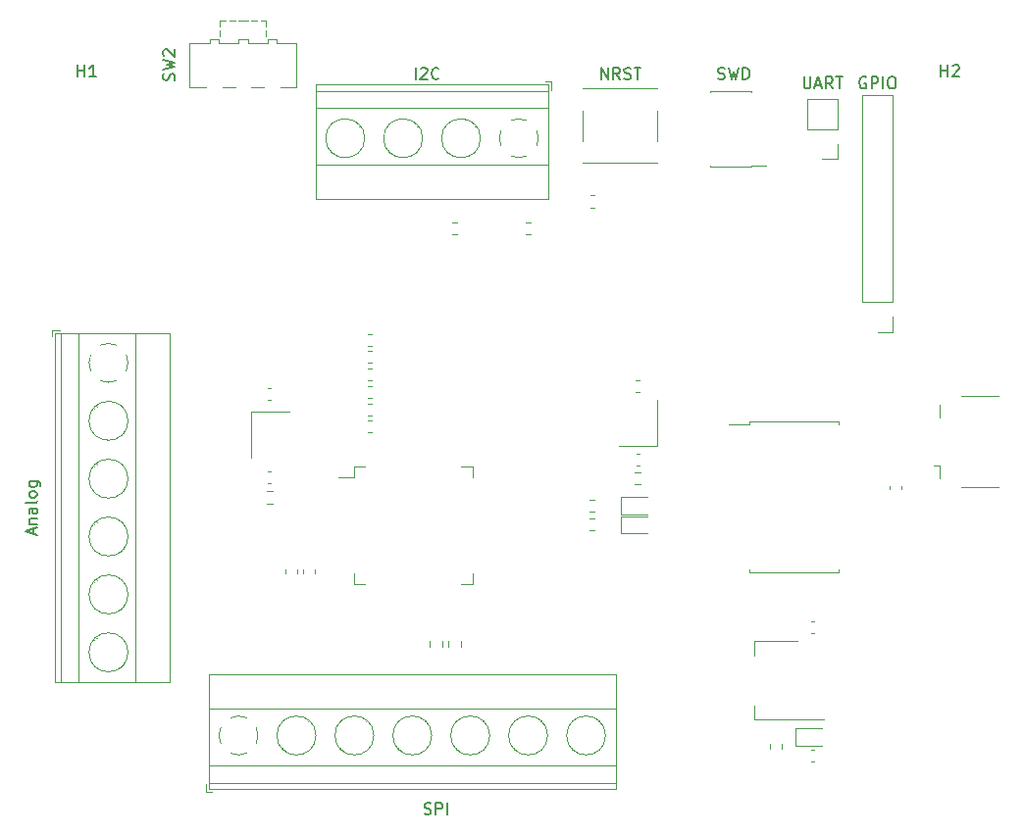
<source format=gbr>
%TF.GenerationSoftware,KiCad,Pcbnew,7.0.7*%
%TF.CreationDate,2023-11-03T00:22:48-05:00*%
%TF.ProjectId,STM32F030,53544d33-3246-4303-9330-2e6b69636164,rev?*%
%TF.SameCoordinates,Original*%
%TF.FileFunction,Legend,Top*%
%TF.FilePolarity,Positive*%
%FSLAX46Y46*%
G04 Gerber Fmt 4.6, Leading zero omitted, Abs format (unit mm)*
G04 Created by KiCad (PCBNEW 7.0.7) date 2023-11-03 00:22:48*
%MOMM*%
%LPD*%
G01*
G04 APERTURE LIST*
%ADD10C,0.150000*%
%ADD11C,0.120000*%
G04 APERTURE END LIST*
D10*
X101631845Y-62136069D02*
X101631845Y-61136069D01*
X101631845Y-61612259D02*
X102203273Y-61612259D01*
X102203273Y-62136069D02*
X102203273Y-61136069D01*
X103203273Y-62136069D02*
X102631845Y-62136069D01*
X102917559Y-62136069D02*
X102917559Y-61136069D01*
X102917559Y-61136069D02*
X102822321Y-61278926D01*
X102822321Y-61278926D02*
X102727083Y-61374164D01*
X102727083Y-61374164D02*
X102631845Y-61421783D01*
X164298512Y-62161069D02*
X164298512Y-62970592D01*
X164298512Y-62970592D02*
X164346131Y-63065830D01*
X164346131Y-63065830D02*
X164393750Y-63113450D01*
X164393750Y-63113450D02*
X164488988Y-63161069D01*
X164488988Y-63161069D02*
X164679464Y-63161069D01*
X164679464Y-63161069D02*
X164774702Y-63113450D01*
X164774702Y-63113450D02*
X164822321Y-63065830D01*
X164822321Y-63065830D02*
X164869940Y-62970592D01*
X164869940Y-62970592D02*
X164869940Y-62161069D01*
X165298512Y-62875354D02*
X165774702Y-62875354D01*
X165203274Y-63161069D02*
X165536607Y-62161069D01*
X165536607Y-62161069D02*
X165869940Y-63161069D01*
X166774702Y-63161069D02*
X166441369Y-62684878D01*
X166203274Y-63161069D02*
X166203274Y-62161069D01*
X166203274Y-62161069D02*
X166584226Y-62161069D01*
X166584226Y-62161069D02*
X166679464Y-62208688D01*
X166679464Y-62208688D02*
X166727083Y-62256307D01*
X166727083Y-62256307D02*
X166774702Y-62351545D01*
X166774702Y-62351545D02*
X166774702Y-62494402D01*
X166774702Y-62494402D02*
X166727083Y-62589640D01*
X166727083Y-62589640D02*
X166679464Y-62637259D01*
X166679464Y-62637259D02*
X166584226Y-62684878D01*
X166584226Y-62684878D02*
X166203274Y-62684878D01*
X167060417Y-62161069D02*
X167631845Y-62161069D01*
X167346131Y-63161069D02*
X167346131Y-62161069D01*
X146788393Y-62367319D02*
X146788393Y-61367319D01*
X146788393Y-61367319D02*
X147359821Y-62367319D01*
X147359821Y-62367319D02*
X147359821Y-61367319D01*
X148407440Y-62367319D02*
X148074107Y-61891128D01*
X147836012Y-62367319D02*
X147836012Y-61367319D01*
X147836012Y-61367319D02*
X148216964Y-61367319D01*
X148216964Y-61367319D02*
X148312202Y-61414938D01*
X148312202Y-61414938D02*
X148359821Y-61462557D01*
X148359821Y-61462557D02*
X148407440Y-61557795D01*
X148407440Y-61557795D02*
X148407440Y-61700652D01*
X148407440Y-61700652D02*
X148359821Y-61795890D01*
X148359821Y-61795890D02*
X148312202Y-61843509D01*
X148312202Y-61843509D02*
X148216964Y-61891128D01*
X148216964Y-61891128D02*
X147836012Y-61891128D01*
X148788393Y-62319700D02*
X148931250Y-62367319D01*
X148931250Y-62367319D02*
X149169345Y-62367319D01*
X149169345Y-62367319D02*
X149264583Y-62319700D01*
X149264583Y-62319700D02*
X149312202Y-62272080D01*
X149312202Y-62272080D02*
X149359821Y-62176842D01*
X149359821Y-62176842D02*
X149359821Y-62081604D01*
X149359821Y-62081604D02*
X149312202Y-61986366D01*
X149312202Y-61986366D02*
X149264583Y-61938747D01*
X149264583Y-61938747D02*
X149169345Y-61891128D01*
X149169345Y-61891128D02*
X148978869Y-61843509D01*
X148978869Y-61843509D02*
X148883631Y-61795890D01*
X148883631Y-61795890D02*
X148836012Y-61748271D01*
X148836012Y-61748271D02*
X148788393Y-61653033D01*
X148788393Y-61653033D02*
X148788393Y-61557795D01*
X148788393Y-61557795D02*
X148836012Y-61462557D01*
X148836012Y-61462557D02*
X148883631Y-61414938D01*
X148883631Y-61414938D02*
X148978869Y-61367319D01*
X148978869Y-61367319D02*
X149216964Y-61367319D01*
X149216964Y-61367319D02*
X149359821Y-61414938D01*
X149645536Y-61367319D02*
X150216964Y-61367319D01*
X149931250Y-62367319D02*
X149931250Y-61367319D01*
X169656250Y-62208688D02*
X169561012Y-62161069D01*
X169561012Y-62161069D02*
X169418155Y-62161069D01*
X169418155Y-62161069D02*
X169275298Y-62208688D01*
X169275298Y-62208688D02*
X169180060Y-62303926D01*
X169180060Y-62303926D02*
X169132441Y-62399164D01*
X169132441Y-62399164D02*
X169084822Y-62589640D01*
X169084822Y-62589640D02*
X169084822Y-62732497D01*
X169084822Y-62732497D02*
X169132441Y-62922973D01*
X169132441Y-62922973D02*
X169180060Y-63018211D01*
X169180060Y-63018211D02*
X169275298Y-63113450D01*
X169275298Y-63113450D02*
X169418155Y-63161069D01*
X169418155Y-63161069D02*
X169513393Y-63161069D01*
X169513393Y-63161069D02*
X169656250Y-63113450D01*
X169656250Y-63113450D02*
X169703869Y-63065830D01*
X169703869Y-63065830D02*
X169703869Y-62732497D01*
X169703869Y-62732497D02*
X169513393Y-62732497D01*
X170132441Y-63161069D02*
X170132441Y-62161069D01*
X170132441Y-62161069D02*
X170513393Y-62161069D01*
X170513393Y-62161069D02*
X170608631Y-62208688D01*
X170608631Y-62208688D02*
X170656250Y-62256307D01*
X170656250Y-62256307D02*
X170703869Y-62351545D01*
X170703869Y-62351545D02*
X170703869Y-62494402D01*
X170703869Y-62494402D02*
X170656250Y-62589640D01*
X170656250Y-62589640D02*
X170608631Y-62637259D01*
X170608631Y-62637259D02*
X170513393Y-62684878D01*
X170513393Y-62684878D02*
X170132441Y-62684878D01*
X171132441Y-63161069D02*
X171132441Y-62161069D01*
X171799107Y-62161069D02*
X171989583Y-62161069D01*
X171989583Y-62161069D02*
X172084821Y-62208688D01*
X172084821Y-62208688D02*
X172180059Y-62303926D01*
X172180059Y-62303926D02*
X172227678Y-62494402D01*
X172227678Y-62494402D02*
X172227678Y-62827735D01*
X172227678Y-62827735D02*
X172180059Y-63018211D01*
X172180059Y-63018211D02*
X172084821Y-63113450D01*
X172084821Y-63113450D02*
X171989583Y-63161069D01*
X171989583Y-63161069D02*
X171799107Y-63161069D01*
X171799107Y-63161069D02*
X171703869Y-63113450D01*
X171703869Y-63113450D02*
X171608631Y-63018211D01*
X171608631Y-63018211D02*
X171561012Y-62827735D01*
X171561012Y-62827735D02*
X171561012Y-62494402D01*
X171561012Y-62494402D02*
X171608631Y-62303926D01*
X171608631Y-62303926D02*
X171703869Y-62208688D01*
X171703869Y-62208688D02*
X171799107Y-62161069D01*
X97800354Y-101684523D02*
X97800354Y-101208333D01*
X98086069Y-101779761D02*
X97086069Y-101446428D01*
X97086069Y-101446428D02*
X98086069Y-101113095D01*
X97419402Y-100779761D02*
X98086069Y-100779761D01*
X97514640Y-100779761D02*
X97467021Y-100732142D01*
X97467021Y-100732142D02*
X97419402Y-100636904D01*
X97419402Y-100636904D02*
X97419402Y-100494047D01*
X97419402Y-100494047D02*
X97467021Y-100398809D01*
X97467021Y-100398809D02*
X97562259Y-100351190D01*
X97562259Y-100351190D02*
X98086069Y-100351190D01*
X98086069Y-99446428D02*
X97562259Y-99446428D01*
X97562259Y-99446428D02*
X97467021Y-99494047D01*
X97467021Y-99494047D02*
X97419402Y-99589285D01*
X97419402Y-99589285D02*
X97419402Y-99779761D01*
X97419402Y-99779761D02*
X97467021Y-99874999D01*
X98038450Y-99446428D02*
X98086069Y-99541666D01*
X98086069Y-99541666D02*
X98086069Y-99779761D01*
X98086069Y-99779761D02*
X98038450Y-99874999D01*
X98038450Y-99874999D02*
X97943211Y-99922618D01*
X97943211Y-99922618D02*
X97847973Y-99922618D01*
X97847973Y-99922618D02*
X97752735Y-99874999D01*
X97752735Y-99874999D02*
X97705116Y-99779761D01*
X97705116Y-99779761D02*
X97705116Y-99541666D01*
X97705116Y-99541666D02*
X97657497Y-99446428D01*
X98086069Y-98827380D02*
X98038450Y-98922618D01*
X98038450Y-98922618D02*
X97943211Y-98970237D01*
X97943211Y-98970237D02*
X97086069Y-98970237D01*
X98086069Y-98303570D02*
X98038450Y-98398808D01*
X98038450Y-98398808D02*
X97990830Y-98446427D01*
X97990830Y-98446427D02*
X97895592Y-98494046D01*
X97895592Y-98494046D02*
X97609878Y-98494046D01*
X97609878Y-98494046D02*
X97514640Y-98446427D01*
X97514640Y-98446427D02*
X97467021Y-98398808D01*
X97467021Y-98398808D02*
X97419402Y-98303570D01*
X97419402Y-98303570D02*
X97419402Y-98160713D01*
X97419402Y-98160713D02*
X97467021Y-98065475D01*
X97467021Y-98065475D02*
X97514640Y-98017856D01*
X97514640Y-98017856D02*
X97609878Y-97970237D01*
X97609878Y-97970237D02*
X97895592Y-97970237D01*
X97895592Y-97970237D02*
X97990830Y-98017856D01*
X97990830Y-98017856D02*
X98038450Y-98065475D01*
X98038450Y-98065475D02*
X98086069Y-98160713D01*
X98086069Y-98160713D02*
X98086069Y-98303570D01*
X97419402Y-97113094D02*
X98228926Y-97113094D01*
X98228926Y-97113094D02*
X98324164Y-97160713D01*
X98324164Y-97160713D02*
X98371783Y-97208332D01*
X98371783Y-97208332D02*
X98419402Y-97303570D01*
X98419402Y-97303570D02*
X98419402Y-97446427D01*
X98419402Y-97446427D02*
X98371783Y-97541665D01*
X98038450Y-97113094D02*
X98086069Y-97208332D01*
X98086069Y-97208332D02*
X98086069Y-97398808D01*
X98086069Y-97398808D02*
X98038450Y-97494046D01*
X98038450Y-97494046D02*
X97990830Y-97541665D01*
X97990830Y-97541665D02*
X97895592Y-97589284D01*
X97895592Y-97589284D02*
X97609878Y-97589284D01*
X97609878Y-97589284D02*
X97514640Y-97541665D01*
X97514640Y-97541665D02*
X97467021Y-97494046D01*
X97467021Y-97494046D02*
X97419402Y-97398808D01*
X97419402Y-97398808D02*
X97419402Y-97208332D01*
X97419402Y-97208332D02*
X97467021Y-97113094D01*
X176134789Y-62136069D02*
X176134789Y-61136069D01*
X176134789Y-61612259D02*
X176706217Y-61612259D01*
X176706217Y-62136069D02*
X176706217Y-61136069D01*
X177134789Y-61231307D02*
X177182408Y-61183688D01*
X177182408Y-61183688D02*
X177277646Y-61136069D01*
X177277646Y-61136069D02*
X177515741Y-61136069D01*
X177515741Y-61136069D02*
X177610979Y-61183688D01*
X177610979Y-61183688D02*
X177658598Y-61231307D01*
X177658598Y-61231307D02*
X177706217Y-61326545D01*
X177706217Y-61326545D02*
X177706217Y-61421783D01*
X177706217Y-61421783D02*
X177658598Y-61564640D01*
X177658598Y-61564640D02*
X177087170Y-62136069D01*
X177087170Y-62136069D02*
X177706217Y-62136069D01*
X109944700Y-62452082D02*
X109992319Y-62309225D01*
X109992319Y-62309225D02*
X109992319Y-62071130D01*
X109992319Y-62071130D02*
X109944700Y-61975892D01*
X109944700Y-61975892D02*
X109897080Y-61928273D01*
X109897080Y-61928273D02*
X109801842Y-61880654D01*
X109801842Y-61880654D02*
X109706604Y-61880654D01*
X109706604Y-61880654D02*
X109611366Y-61928273D01*
X109611366Y-61928273D02*
X109563747Y-61975892D01*
X109563747Y-61975892D02*
X109516128Y-62071130D01*
X109516128Y-62071130D02*
X109468509Y-62261606D01*
X109468509Y-62261606D02*
X109420890Y-62356844D01*
X109420890Y-62356844D02*
X109373271Y-62404463D01*
X109373271Y-62404463D02*
X109278033Y-62452082D01*
X109278033Y-62452082D02*
X109182795Y-62452082D01*
X109182795Y-62452082D02*
X109087557Y-62404463D01*
X109087557Y-62404463D02*
X109039938Y-62356844D01*
X109039938Y-62356844D02*
X108992319Y-62261606D01*
X108992319Y-62261606D02*
X108992319Y-62023511D01*
X108992319Y-62023511D02*
X109039938Y-61880654D01*
X108992319Y-61547320D02*
X109992319Y-61309225D01*
X109992319Y-61309225D02*
X109278033Y-61118749D01*
X109278033Y-61118749D02*
X109992319Y-60928273D01*
X109992319Y-60928273D02*
X108992319Y-60690178D01*
X109087557Y-60356844D02*
X109039938Y-60309225D01*
X109039938Y-60309225D02*
X108992319Y-60213987D01*
X108992319Y-60213987D02*
X108992319Y-59975892D01*
X108992319Y-59975892D02*
X109039938Y-59880654D01*
X109039938Y-59880654D02*
X109087557Y-59833035D01*
X109087557Y-59833035D02*
X109182795Y-59785416D01*
X109182795Y-59785416D02*
X109278033Y-59785416D01*
X109278033Y-59785416D02*
X109420890Y-59833035D01*
X109420890Y-59833035D02*
X109992319Y-60404463D01*
X109992319Y-60404463D02*
X109992319Y-59785416D01*
X156892857Y-62332200D02*
X157035714Y-62379819D01*
X157035714Y-62379819D02*
X157273809Y-62379819D01*
X157273809Y-62379819D02*
X157369047Y-62332200D01*
X157369047Y-62332200D02*
X157416666Y-62284580D01*
X157416666Y-62284580D02*
X157464285Y-62189342D01*
X157464285Y-62189342D02*
X157464285Y-62094104D01*
X157464285Y-62094104D02*
X157416666Y-61998866D01*
X157416666Y-61998866D02*
X157369047Y-61951247D01*
X157369047Y-61951247D02*
X157273809Y-61903628D01*
X157273809Y-61903628D02*
X157083333Y-61856009D01*
X157083333Y-61856009D02*
X156988095Y-61808390D01*
X156988095Y-61808390D02*
X156940476Y-61760771D01*
X156940476Y-61760771D02*
X156892857Y-61665533D01*
X156892857Y-61665533D02*
X156892857Y-61570295D01*
X156892857Y-61570295D02*
X156940476Y-61475057D01*
X156940476Y-61475057D02*
X156988095Y-61427438D01*
X156988095Y-61427438D02*
X157083333Y-61379819D01*
X157083333Y-61379819D02*
X157321428Y-61379819D01*
X157321428Y-61379819D02*
X157464285Y-61427438D01*
X157797619Y-61379819D02*
X158035714Y-62379819D01*
X158035714Y-62379819D02*
X158226190Y-61665533D01*
X158226190Y-61665533D02*
X158416666Y-62379819D01*
X158416666Y-62379819D02*
X158654762Y-61379819D01*
X159035714Y-62379819D02*
X159035714Y-61379819D01*
X159035714Y-61379819D02*
X159273809Y-61379819D01*
X159273809Y-61379819D02*
X159416666Y-61427438D01*
X159416666Y-61427438D02*
X159511904Y-61522676D01*
X159511904Y-61522676D02*
X159559523Y-61617914D01*
X159559523Y-61617914D02*
X159607142Y-61808390D01*
X159607142Y-61808390D02*
X159607142Y-61951247D01*
X159607142Y-61951247D02*
X159559523Y-62141723D01*
X159559523Y-62141723D02*
X159511904Y-62236961D01*
X159511904Y-62236961D02*
X159416666Y-62332200D01*
X159416666Y-62332200D02*
X159273809Y-62379819D01*
X159273809Y-62379819D02*
X159035714Y-62379819D01*
X131532441Y-125819700D02*
X131675298Y-125867319D01*
X131675298Y-125867319D02*
X131913393Y-125867319D01*
X131913393Y-125867319D02*
X132008631Y-125819700D01*
X132008631Y-125819700D02*
X132056250Y-125772080D01*
X132056250Y-125772080D02*
X132103869Y-125676842D01*
X132103869Y-125676842D02*
X132103869Y-125581604D01*
X132103869Y-125581604D02*
X132056250Y-125486366D01*
X132056250Y-125486366D02*
X132008631Y-125438747D01*
X132008631Y-125438747D02*
X131913393Y-125391128D01*
X131913393Y-125391128D02*
X131722917Y-125343509D01*
X131722917Y-125343509D02*
X131627679Y-125295890D01*
X131627679Y-125295890D02*
X131580060Y-125248271D01*
X131580060Y-125248271D02*
X131532441Y-125153033D01*
X131532441Y-125153033D02*
X131532441Y-125057795D01*
X131532441Y-125057795D02*
X131580060Y-124962557D01*
X131580060Y-124962557D02*
X131627679Y-124914938D01*
X131627679Y-124914938D02*
X131722917Y-124867319D01*
X131722917Y-124867319D02*
X131961012Y-124867319D01*
X131961012Y-124867319D02*
X132103869Y-124914938D01*
X132532441Y-125867319D02*
X132532441Y-124867319D01*
X132532441Y-124867319D02*
X132913393Y-124867319D01*
X132913393Y-124867319D02*
X133008631Y-124914938D01*
X133008631Y-124914938D02*
X133056250Y-124962557D01*
X133056250Y-124962557D02*
X133103869Y-125057795D01*
X133103869Y-125057795D02*
X133103869Y-125200652D01*
X133103869Y-125200652D02*
X133056250Y-125295890D01*
X133056250Y-125295890D02*
X133008631Y-125343509D01*
X133008631Y-125343509D02*
X132913393Y-125391128D01*
X132913393Y-125391128D02*
X132532441Y-125391128D01*
X133532441Y-125867319D02*
X133532441Y-124867319D01*
X130786310Y-62367319D02*
X130786310Y-61367319D01*
X131214881Y-61462557D02*
X131262500Y-61414938D01*
X131262500Y-61414938D02*
X131357738Y-61367319D01*
X131357738Y-61367319D02*
X131595833Y-61367319D01*
X131595833Y-61367319D02*
X131691071Y-61414938D01*
X131691071Y-61414938D02*
X131738690Y-61462557D01*
X131738690Y-61462557D02*
X131786309Y-61557795D01*
X131786309Y-61557795D02*
X131786309Y-61653033D01*
X131786309Y-61653033D02*
X131738690Y-61795890D01*
X131738690Y-61795890D02*
X131167262Y-62367319D01*
X131167262Y-62367319D02*
X131786309Y-62367319D01*
X132786309Y-62272080D02*
X132738690Y-62319700D01*
X132738690Y-62319700D02*
X132595833Y-62367319D01*
X132595833Y-62367319D02*
X132500595Y-62367319D01*
X132500595Y-62367319D02*
X132357738Y-62319700D01*
X132357738Y-62319700D02*
X132262500Y-62224461D01*
X132262500Y-62224461D02*
X132214881Y-62129223D01*
X132214881Y-62129223D02*
X132167262Y-61938747D01*
X132167262Y-61938747D02*
X132167262Y-61795890D01*
X132167262Y-61795890D02*
X132214881Y-61605414D01*
X132214881Y-61605414D02*
X132262500Y-61510176D01*
X132262500Y-61510176D02*
X132357738Y-61414938D01*
X132357738Y-61414938D02*
X132500595Y-61367319D01*
X132500595Y-61367319D02*
X132595833Y-61367319D01*
X132595833Y-61367319D02*
X132738690Y-61414938D01*
X132738690Y-61414938D02*
X132786309Y-61462557D01*
D11*
%TO.C,C15*%
X165190580Y-110191250D02*
X164909420Y-110191250D01*
X165190580Y-109171250D02*
X164909420Y-109171250D01*
%TO.C,R3*%
X145750242Y-100283750D02*
X146224758Y-100283750D01*
X145750242Y-101328750D02*
X146224758Y-101328750D01*
%TO.C,UART*%
X167223750Y-69280000D02*
X165893750Y-69280000D01*
X167223750Y-67950000D02*
X167223750Y-69280000D01*
X167223750Y-66680000D02*
X167223750Y-64080000D01*
X167223750Y-66680000D02*
X164563750Y-66680000D01*
X167223750Y-64080000D02*
X164563750Y-64080000D01*
X164563750Y-66680000D02*
X164563750Y-64080000D01*
%TO.C,NRST*%
X145190000Y-63145000D02*
X151650000Y-63145000D01*
X145190000Y-63175000D02*
X145190000Y-63145000D01*
X145190000Y-65075000D02*
X145190000Y-67675000D01*
X145190000Y-69605000D02*
X145190000Y-69575000D01*
X145190000Y-69605000D02*
X151650000Y-69605000D01*
X151650000Y-63145000D02*
X151650000Y-63175000D01*
X151650000Y-65075000D02*
X151650000Y-67675000D01*
X151650000Y-69605000D02*
X151650000Y-69575000D01*
%TO.C,GPIO*%
X171986250Y-84197500D02*
X170656250Y-84197500D01*
X171986250Y-82867500D02*
X171986250Y-84197500D01*
X171986250Y-81597500D02*
X171986250Y-63757500D01*
X171986250Y-81597500D02*
X169326250Y-81597500D01*
X171986250Y-63757500D02*
X169326250Y-63757500D01*
X169326250Y-81597500D02*
X169326250Y-63757500D01*
%TO.C,U1*%
X125465000Y-95790000D02*
X125465000Y-96740000D01*
X125465000Y-96740000D02*
X124125000Y-96740000D01*
X125465000Y-106010000D02*
X125465000Y-105060000D01*
X126415000Y-95790000D02*
X125465000Y-95790000D01*
X126415000Y-106010000D02*
X125465000Y-106010000D01*
X134735000Y-95790000D02*
X135685000Y-95790000D01*
X134735000Y-106010000D02*
X135685000Y-106010000D01*
X135685000Y-95790000D02*
X135685000Y-96740000D01*
X135685000Y-106010000D02*
X135685000Y-105060000D01*
%TO.C,C14*%
X150078080Y-89410000D02*
X149796920Y-89410000D01*
X150078080Y-88390000D02*
X149796920Y-88390000D01*
%TO.C,R7*%
X145750242Y-98696250D02*
X146224758Y-98696250D01*
X145750242Y-99741250D02*
X146224758Y-99741250D01*
%TO.C,C2*%
X126684420Y-90365000D02*
X126965580Y-90365000D01*
X126684420Y-91385000D02*
X126965580Y-91385000D01*
%TO.C,Analog*%
X100110000Y-84075000D02*
X99370000Y-84075000D01*
X99370000Y-84075000D02*
X99370000Y-84575000D01*
X109531000Y-84315000D02*
X99610000Y-84315000D01*
X109531000Y-84315000D02*
X109531000Y-114435000D01*
X106571000Y-84315000D02*
X106571000Y-114435000D01*
X101670000Y-84315000D02*
X101670000Y-114435000D01*
X100170000Y-84315000D02*
X100170000Y-114435000D01*
X99610000Y-84315000D02*
X99610000Y-114435000D01*
X103247000Y-90648000D02*
X103201000Y-90601000D01*
X103031000Y-90841000D02*
X102996000Y-90806000D01*
X105545000Y-92945000D02*
X105509000Y-92910000D01*
X105339000Y-93150000D02*
X105293000Y-93103000D01*
X103247000Y-95648000D02*
X103201000Y-95601000D01*
X103031000Y-95841000D02*
X102996000Y-95806000D01*
X105545000Y-97945000D02*
X105509000Y-97910000D01*
X105339000Y-98150000D02*
X105293000Y-98103000D01*
X103247000Y-100648000D02*
X103201000Y-100601000D01*
X103031000Y-100841000D02*
X102996000Y-100806000D01*
X105545000Y-102945000D02*
X105509000Y-102910000D01*
X105339000Y-103150000D02*
X105293000Y-103103000D01*
X103247000Y-105648000D02*
X103201000Y-105601000D01*
X103031000Y-105841000D02*
X102996000Y-105806000D01*
X105545000Y-107945000D02*
X105509000Y-107910000D01*
X105339000Y-108150000D02*
X105293000Y-108103000D01*
X103247000Y-110648000D02*
X103201000Y-110601000D01*
X103031000Y-110841000D02*
X102996000Y-110806000D01*
X105545000Y-112945000D02*
X105509000Y-112910000D01*
X105339000Y-113150000D02*
X105293000Y-113103000D01*
X109531000Y-114435000D02*
X99610000Y-114435000D01*
X104953999Y-85340001D02*
G75*
G03*
X103586958Y-85339574I-684000J-1534992D01*
G01*
X105804999Y-87558999D02*
G75*
G03*
X105805426Y-86191958I-1534992J684000D01*
G01*
X102735001Y-86191000D02*
G75*
G03*
X102589748Y-86903805I1535000J-683999D01*
G01*
X102590001Y-86875000D02*
G75*
G03*
X102735245Y-87558318I1679999J0D01*
G01*
X103586000Y-88410000D02*
G75*
G03*
X104953042Y-88410426I684000J1535000D01*
G01*
X105950000Y-91875000D02*
G75*
G03*
X105950000Y-91875000I-1680000J0D01*
G01*
X105950000Y-96875000D02*
G75*
G03*
X105950000Y-96875000I-1680000J0D01*
G01*
X105950000Y-101875000D02*
G75*
G03*
X105950000Y-101875000I-1680000J0D01*
G01*
X105950000Y-106875000D02*
G75*
G03*
X105950000Y-106875000I-1680000J0D01*
G01*
X105950000Y-111875000D02*
G75*
G03*
X105950000Y-111875000I-1680000J0D01*
G01*
%TO.C,D1*%
X148465000Y-100115000D02*
X148465000Y-101585000D01*
X148465000Y-101585000D02*
X150750000Y-101585000D01*
X150750000Y-100115000D02*
X148465000Y-100115000D01*
%TO.C,C8*%
X119540000Y-105015580D02*
X119540000Y-104734420D01*
X120560000Y-105015580D02*
X120560000Y-104734420D01*
%TO.C,J1*%
X181127500Y-97572500D02*
X177897500Y-97572500D01*
X175977500Y-96852500D02*
X175977500Y-95772500D01*
X175977500Y-95772500D02*
X175547500Y-95772500D01*
X175977500Y-91552500D02*
X175977500Y-90472500D01*
X181127500Y-89752500D02*
X177897500Y-89752500D01*
%TO.C,R2*%
X132018125Y-111362258D02*
X132018125Y-110887742D01*
X133063125Y-111362258D02*
X133063125Y-110887742D01*
%TO.C,R8*%
X150193508Y-97360000D02*
X149718992Y-97360000D01*
X150193508Y-96315000D02*
X149718992Y-96315000D01*
%TO.C,C1*%
X126684420Y-84365000D02*
X126965580Y-84365000D01*
X126684420Y-85385000D02*
X126965580Y-85385000D01*
%TO.C,R6*%
X133621250Y-111362258D02*
X133621250Y-110887742D01*
X134666250Y-111362258D02*
X134666250Y-110887742D01*
%TO.C,U3*%
X166025000Y-117710000D02*
X160015000Y-117710000D01*
X163775000Y-110890000D02*
X160015000Y-110890000D01*
X160015000Y-117710000D02*
X160015000Y-116450000D01*
X160015000Y-110890000D02*
X160015000Y-112150000D01*
%TO.C,SW2*%
X120487500Y-63018750D02*
X119087500Y-63018750D01*
X120487500Y-59218750D02*
X120487500Y-63018750D01*
X120487500Y-59218750D02*
X120487500Y-59218750D01*
X118787500Y-59218750D02*
X120487500Y-59218750D01*
X118787500Y-58918750D02*
X118787500Y-59218750D01*
X117987500Y-59218750D02*
X117987500Y-58918750D01*
X117987500Y-58918750D02*
X118787500Y-58918750D01*
X117887500Y-58618750D02*
X117887500Y-58618750D01*
X117887500Y-58118750D02*
X117887500Y-58618750D01*
X117887500Y-57818750D02*
X117887500Y-57818750D01*
X117887500Y-57318750D02*
X117887500Y-57818750D01*
X117887500Y-57318750D02*
X117387500Y-57318750D01*
X117687500Y-63018750D02*
X117687500Y-63018750D01*
X117387500Y-57318750D02*
X117387500Y-57318750D01*
X117087500Y-57318750D02*
X116587500Y-57318750D01*
X116587500Y-63018750D02*
X117687500Y-63018750D01*
X116587500Y-57318750D02*
X116587500Y-57318750D01*
X116287500Y-59218750D02*
X117987500Y-59218750D01*
X116287500Y-58918750D02*
X116287500Y-59218750D01*
X116287500Y-57318750D02*
X116287500Y-57318750D01*
X115487500Y-59218750D02*
X115487500Y-58918750D01*
X115487500Y-58918750D02*
X116287500Y-58918750D01*
X115487500Y-57318750D02*
X116287500Y-57318750D01*
X115187500Y-63018750D02*
X115187500Y-63018750D01*
X115187500Y-57318750D02*
X115187500Y-57318750D01*
X114687500Y-57318750D02*
X115187500Y-57318750D01*
X114387500Y-57318750D02*
X114387500Y-57318750D01*
X114087500Y-63018750D02*
X115187500Y-63018750D01*
X113887500Y-58618750D02*
X113887500Y-58618750D01*
X113887500Y-58118750D02*
X113887500Y-58618750D01*
X113887500Y-57818750D02*
X113887500Y-57818750D01*
X113887500Y-57318750D02*
X114387500Y-57318750D01*
X113887500Y-57318750D02*
X113887500Y-57818750D01*
X113787500Y-59218750D02*
X115487500Y-59218750D01*
X113787500Y-58918750D02*
X113787500Y-59218750D01*
X112987500Y-59218750D02*
X112987500Y-58918750D01*
X112987500Y-58918750D02*
X113787500Y-58918750D01*
X112687500Y-63018750D02*
X111287500Y-63018750D01*
X111287500Y-63018750D02*
X111287500Y-59218750D01*
X111287500Y-59218750D02*
X112987500Y-59218750D01*
%TO.C,U2*%
X159590000Y-91915000D02*
X159590000Y-92150000D01*
X159590000Y-92150000D02*
X157775000Y-92150000D01*
X159590000Y-104935000D02*
X159590000Y-104700000D01*
X163450000Y-91915000D02*
X159590000Y-91915000D01*
X163450000Y-91915000D02*
X167310000Y-91915000D01*
X163450000Y-104935000D02*
X159590000Y-104935000D01*
X163450000Y-104935000D02*
X167310000Y-104935000D01*
X167310000Y-91915000D02*
X167310000Y-92150000D01*
X167310000Y-104935000D02*
X167310000Y-104700000D01*
%TO.C,SWD*%
X161046250Y-69845000D02*
X159721250Y-69845000D01*
X159721250Y-69910000D02*
X159721250Y-69845000D01*
X159721250Y-69910000D02*
X156191250Y-69910000D01*
X159721250Y-63505000D02*
X159721250Y-63440000D01*
X159721250Y-63440000D02*
X156191250Y-63440000D01*
X156191250Y-69910000D02*
X156191250Y-69845000D01*
X156191250Y-63505000D02*
X156191250Y-63440000D01*
%TO.C,Y2*%
X148306250Y-94075000D02*
X151606250Y-94075000D01*
X151606250Y-94075000D02*
X151606250Y-90075000D01*
%TO.C,SPI*%
X112693750Y-123222500D02*
X112693750Y-123962500D01*
X112693750Y-123962500D02*
X113193750Y-123962500D01*
X112933750Y-113801500D02*
X112933750Y-123722500D01*
X112933750Y-113801500D02*
X148053750Y-113801500D01*
X112933750Y-116761500D02*
X148053750Y-116761500D01*
X112933750Y-121662500D02*
X148053750Y-121662500D01*
X112933750Y-123162500D02*
X148053750Y-123162500D01*
X112933750Y-123722500D02*
X148053750Y-123722500D01*
X119266750Y-120085500D02*
X119219750Y-120131500D01*
X119459750Y-120301500D02*
X119424750Y-120336500D01*
X121563750Y-117787500D02*
X121528750Y-117823500D01*
X121768750Y-117993500D02*
X121721750Y-118039500D01*
X124266750Y-120085500D02*
X124219750Y-120131500D01*
X124459750Y-120301500D02*
X124424750Y-120336500D01*
X126563750Y-117787500D02*
X126528750Y-117823500D01*
X126768750Y-117993500D02*
X126721750Y-118039500D01*
X129266750Y-120085500D02*
X129219750Y-120131500D01*
X129459750Y-120301500D02*
X129424750Y-120336500D01*
X131563750Y-117787500D02*
X131528750Y-117823500D01*
X131768750Y-117993500D02*
X131721750Y-118039500D01*
X134266750Y-120085500D02*
X134219750Y-120131500D01*
X134459750Y-120301500D02*
X134424750Y-120336500D01*
X136563750Y-117787500D02*
X136528750Y-117823500D01*
X136768750Y-117993500D02*
X136721750Y-118039500D01*
X139266750Y-120085500D02*
X139219750Y-120131500D01*
X139459750Y-120301500D02*
X139424750Y-120336500D01*
X141563750Y-117787500D02*
X141528750Y-117823500D01*
X141768750Y-117993500D02*
X141721750Y-118039500D01*
X144266750Y-120085500D02*
X144219750Y-120131500D01*
X144459750Y-120301500D02*
X144424750Y-120336500D01*
X146563750Y-117787500D02*
X146528750Y-117823500D01*
X146768750Y-117993500D02*
X146721750Y-118039500D01*
X148053750Y-113801500D02*
X148053750Y-123722500D01*
X113958751Y-118378501D02*
G75*
G03*
X113958324Y-119745542I1534992J-684000D01*
G01*
X116177749Y-117527501D02*
G75*
G03*
X114810708Y-117527074I-684000J-1534992D01*
G01*
X114809750Y-120597499D02*
G75*
G03*
X115522555Y-120742752I683999J1535000D01*
G01*
X115493750Y-120742499D02*
G75*
G03*
X116177068Y-120597255I0J1679999D01*
G01*
X117028750Y-119746500D02*
G75*
G03*
X117029176Y-118379458I-1535000J684000D01*
G01*
X122173750Y-119062500D02*
G75*
G03*
X122173750Y-119062500I-1680000J0D01*
G01*
X127173750Y-119062500D02*
G75*
G03*
X127173750Y-119062500I-1680000J0D01*
G01*
X132173750Y-119062500D02*
G75*
G03*
X132173750Y-119062500I-1680000J0D01*
G01*
X137173750Y-119062500D02*
G75*
G03*
X137173750Y-119062500I-1680000J0D01*
G01*
X142173750Y-119062500D02*
G75*
G03*
X142173750Y-119062500I-1680000J0D01*
G01*
X147173750Y-119062500D02*
G75*
G03*
X147173750Y-119062500I-1680000J0D01*
G01*
%TO.C,D2*%
X148471250Y-98483750D02*
X148471250Y-99953750D01*
X148471250Y-99953750D02*
X150756250Y-99953750D01*
X150756250Y-98483750D02*
X148471250Y-98483750D01*
%TO.C,I2C*%
X142500000Y-63308750D02*
X142500000Y-62568750D01*
X142500000Y-62568750D02*
X142000000Y-62568750D01*
X142260000Y-72729750D02*
X142260000Y-62808750D01*
X142260000Y-72729750D02*
X122139000Y-72729750D01*
X142260000Y-69769750D02*
X122139000Y-69769750D01*
X142260000Y-64868750D02*
X122139000Y-64868750D01*
X142260000Y-63368750D02*
X122139000Y-63368750D01*
X142260000Y-62808750D02*
X122139000Y-62808750D01*
X135927000Y-66445750D02*
X135974000Y-66399750D01*
X135734000Y-66229750D02*
X135769000Y-66194750D01*
X133630000Y-68743750D02*
X133665000Y-68707750D01*
X133425000Y-68537750D02*
X133472000Y-68491750D01*
X130927000Y-66445750D02*
X130974000Y-66399750D01*
X130734000Y-66229750D02*
X130769000Y-66194750D01*
X128630000Y-68743750D02*
X128665000Y-68707750D01*
X128425000Y-68537750D02*
X128472000Y-68491750D01*
X125927000Y-66445750D02*
X125974000Y-66399750D01*
X125734000Y-66229750D02*
X125769000Y-66194750D01*
X123630000Y-68743750D02*
X123665000Y-68707750D01*
X123425000Y-68537750D02*
X123472000Y-68491750D01*
X122139000Y-72729750D02*
X122139000Y-62808750D01*
X141234999Y-68152749D02*
G75*
G03*
X141235426Y-66785708I-1534992J684000D01*
G01*
X139016001Y-69003749D02*
G75*
G03*
X140383042Y-69004176I684000J1534992D01*
G01*
X140384000Y-65933751D02*
G75*
G03*
X139671195Y-65788498I-683999J-1535000D01*
G01*
X139700000Y-65788751D02*
G75*
G03*
X139016682Y-65933995I0J-1679999D01*
G01*
X138165000Y-66784750D02*
G75*
G03*
X138164574Y-68151792I1535000J-684000D01*
G01*
X136380000Y-67468750D02*
G75*
G03*
X136380000Y-67468750I-1680000J0D01*
G01*
X131380000Y-67468750D02*
G75*
G03*
X131380000Y-67468750I-1680000J0D01*
G01*
X126380000Y-67468750D02*
G75*
G03*
X126380000Y-67468750I-1680000J0D01*
G01*
%TO.C,R9*%
X161352500Y-120237258D02*
X161352500Y-119762742D01*
X162397500Y-120237258D02*
X162397500Y-119762742D01*
%TO.C,D3*%
X163565000Y-118471250D02*
X163565000Y-119941250D01*
X163565000Y-119941250D02*
X165850000Y-119941250D01*
X165850000Y-118471250D02*
X163565000Y-118471250D01*
%TO.C,C7*%
X121040000Y-105015580D02*
X121040000Y-104734420D01*
X122060000Y-105015580D02*
X122060000Y-104734420D01*
%TO.C,R5*%
X133906492Y-74752500D02*
X134381008Y-74752500D01*
X133906492Y-75797500D02*
X134381008Y-75797500D01*
%TO.C,C9*%
X145909420Y-72415000D02*
X146190580Y-72415000D01*
X145909420Y-73435000D02*
X146190580Y-73435000D01*
%TO.C,C10*%
X118284330Y-90091250D02*
X118003170Y-90091250D01*
X118284330Y-89071250D02*
X118003170Y-89071250D01*
%TO.C,C3*%
X126684420Y-91865000D02*
X126965580Y-91865000D01*
X126684420Y-92885000D02*
X126965580Y-92885000D01*
%TO.C,C6*%
X126684420Y-85865000D02*
X126965580Y-85865000D01*
X126684420Y-86885000D02*
X126965580Y-86885000D01*
%TO.C,C4*%
X126684420Y-88865000D02*
X126965580Y-88865000D01*
X126684420Y-89885000D02*
X126965580Y-89885000D01*
%TO.C,R4*%
X140731008Y-75747500D02*
X140256492Y-75747500D01*
X140731008Y-74702500D02*
X140256492Y-74702500D01*
%TO.C,C12*%
X172753750Y-97490670D02*
X172753750Y-97771830D01*
X171733750Y-97490670D02*
X171733750Y-97771830D01*
%TO.C,C13*%
X150096830Y-95760000D02*
X149815670Y-95760000D01*
X150096830Y-94740000D02*
X149815670Y-94740000D01*
%TO.C,C11*%
X118303080Y-97235000D02*
X118021920Y-97235000D01*
X118303080Y-96215000D02*
X118021920Y-96215000D01*
%TO.C,C16*%
X165190580Y-121303750D02*
X164909420Y-121303750D01*
X165190580Y-120283750D02*
X164909420Y-120283750D01*
%TO.C,R1*%
X117975242Y-97958750D02*
X118449758Y-97958750D01*
X117975242Y-99003750D02*
X118449758Y-99003750D01*
%TO.C,Y1*%
X119918750Y-91062500D02*
X116618750Y-91062500D01*
X116618750Y-91062500D02*
X116618750Y-95062500D01*
%TO.C,C5*%
X126684420Y-87365000D02*
X126965580Y-87365000D01*
X126684420Y-88385000D02*
X126965580Y-88385000D01*
%TD*%
M02*

</source>
